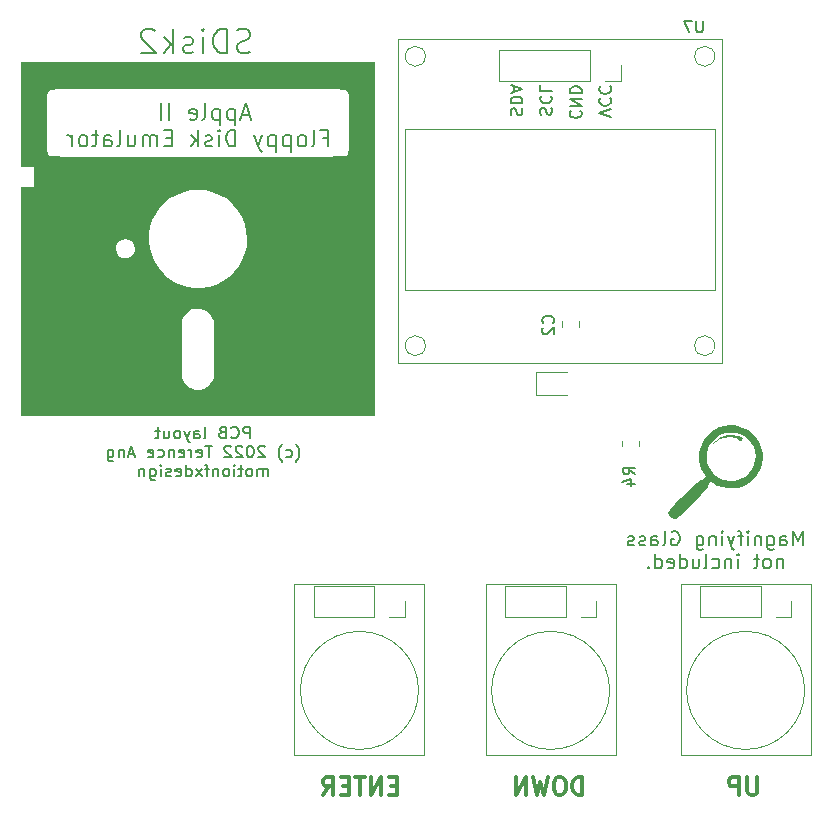
<source format=gbr>
%TF.GenerationSoftware,KiCad,Pcbnew,(6.0.1)*%
%TF.CreationDate,2022-02-14T23:43:43+08:00*%
%TF.ProjectId,SDisk2_Simple,53446973-6b32-45f5-9369-6d706c652e6b,rev?*%
%TF.SameCoordinates,Original*%
%TF.FileFunction,Legend,Bot*%
%TF.FilePolarity,Positive*%
%FSLAX46Y46*%
G04 Gerber Fmt 4.6, Leading zero omitted, Abs format (unit mm)*
G04 Created by KiCad (PCBNEW (6.0.1)) date 2022-02-14 23:43:43*
%MOMM*%
%LPD*%
G01*
G04 APERTURE LIST*
%ADD10C,0.150000*%
%ADD11C,0.300000*%
%ADD12C,0.200000*%
%ADD13C,0.120000*%
G04 APERTURE END LIST*
D10*
X2680373Y-23842107D02*
X2680373Y-22842107D01*
X2299421Y-22842107D01*
X2204182Y-22889727D01*
X2156563Y-22937346D01*
X2108944Y-23032584D01*
X2108944Y-23175441D01*
X2156563Y-23270679D01*
X2204182Y-23318298D01*
X2299421Y-23365917D01*
X2680373Y-23365917D01*
X1108944Y-23746869D02*
X1156563Y-23794488D01*
X1299421Y-23842107D01*
X1394659Y-23842107D01*
X1537516Y-23794488D01*
X1632754Y-23699250D01*
X1680373Y-23604012D01*
X1727992Y-23413536D01*
X1727992Y-23270679D01*
X1680373Y-23080203D01*
X1632754Y-22984965D01*
X1537516Y-22889727D01*
X1394659Y-22842107D01*
X1299421Y-22842107D01*
X1156563Y-22889727D01*
X1108944Y-22937346D01*
X347040Y-23318298D02*
X204182Y-23365917D01*
X156563Y-23413536D01*
X108944Y-23508774D01*
X108944Y-23651631D01*
X156563Y-23746869D01*
X204182Y-23794488D01*
X299421Y-23842107D01*
X680373Y-23842107D01*
X680373Y-22842107D01*
X347040Y-22842107D01*
X251802Y-22889727D01*
X204182Y-22937346D01*
X156563Y-23032584D01*
X156563Y-23127822D01*
X204182Y-23223060D01*
X251802Y-23270679D01*
X347040Y-23318298D01*
X680373Y-23318298D01*
X-1224388Y-23842107D02*
X-1129150Y-23794488D01*
X-1081531Y-23699250D01*
X-1081531Y-22842107D01*
X-2033912Y-23842107D02*
X-2033912Y-23318298D01*
X-1986293Y-23223060D01*
X-1891055Y-23175441D01*
X-1700578Y-23175441D01*
X-1605340Y-23223060D01*
X-2033912Y-23794488D02*
X-1938674Y-23842107D01*
X-1700578Y-23842107D01*
X-1605340Y-23794488D01*
X-1557721Y-23699250D01*
X-1557721Y-23604012D01*
X-1605340Y-23508774D01*
X-1700578Y-23461155D01*
X-1938674Y-23461155D01*
X-2033912Y-23413536D01*
X-2414864Y-23175441D02*
X-2652959Y-23842107D01*
X-2891055Y-23175441D02*
X-2652959Y-23842107D01*
X-2557721Y-24080203D01*
X-2510102Y-24127822D01*
X-2414864Y-24175441D01*
X-3414864Y-23842107D02*
X-3319626Y-23794488D01*
X-3272007Y-23746869D01*
X-3224388Y-23651631D01*
X-3224388Y-23365917D01*
X-3272007Y-23270679D01*
X-3319626Y-23223060D01*
X-3414864Y-23175441D01*
X-3557721Y-23175441D01*
X-3652959Y-23223060D01*
X-3700578Y-23270679D01*
X-3748198Y-23365917D01*
X-3748198Y-23651631D01*
X-3700578Y-23746869D01*
X-3652959Y-23794488D01*
X-3557721Y-23842107D01*
X-3414864Y-23842107D01*
X-4605340Y-23175441D02*
X-4605340Y-23842107D01*
X-4176769Y-23175441D02*
X-4176769Y-23699250D01*
X-4224388Y-23794488D01*
X-4319626Y-23842107D01*
X-4462483Y-23842107D01*
X-4557721Y-23794488D01*
X-4605340Y-23746869D01*
X-4938674Y-23175441D02*
X-5319626Y-23175441D01*
X-5081531Y-22842107D02*
X-5081531Y-23699250D01*
X-5129150Y-23794488D01*
X-5224388Y-23842107D01*
X-5319626Y-23842107D01*
X6561325Y-25833060D02*
X6608944Y-25785441D01*
X6704182Y-25642584D01*
X6751802Y-25547346D01*
X6799421Y-25404488D01*
X6847040Y-25166393D01*
X6847040Y-24975917D01*
X6799421Y-24737822D01*
X6751802Y-24594965D01*
X6704182Y-24499727D01*
X6608944Y-24356869D01*
X6561325Y-24309250D01*
X5751802Y-25404488D02*
X5847040Y-25452107D01*
X6037516Y-25452107D01*
X6132754Y-25404488D01*
X6180373Y-25356869D01*
X6227992Y-25261631D01*
X6227992Y-24975917D01*
X6180373Y-24880679D01*
X6132754Y-24833060D01*
X6037516Y-24785441D01*
X5847040Y-24785441D01*
X5751802Y-24833060D01*
X5418468Y-25833060D02*
X5370849Y-25785441D01*
X5275611Y-25642584D01*
X5227992Y-25547346D01*
X5180373Y-25404488D01*
X5132754Y-25166393D01*
X5132754Y-24975917D01*
X5180373Y-24737822D01*
X5227992Y-24594965D01*
X5275611Y-24499727D01*
X5370849Y-24356869D01*
X5418468Y-24309250D01*
X3942278Y-24547346D02*
X3894659Y-24499727D01*
X3799421Y-24452107D01*
X3561325Y-24452107D01*
X3466087Y-24499727D01*
X3418468Y-24547346D01*
X3370849Y-24642584D01*
X3370849Y-24737822D01*
X3418468Y-24880679D01*
X3989897Y-25452107D01*
X3370849Y-25452107D01*
X2751802Y-24452107D02*
X2656563Y-24452107D01*
X2561325Y-24499727D01*
X2513706Y-24547346D01*
X2466087Y-24642584D01*
X2418468Y-24833060D01*
X2418468Y-25071155D01*
X2466087Y-25261631D01*
X2513706Y-25356869D01*
X2561325Y-25404488D01*
X2656563Y-25452107D01*
X2751802Y-25452107D01*
X2847040Y-25404488D01*
X2894659Y-25356869D01*
X2942278Y-25261631D01*
X2989897Y-25071155D01*
X2989897Y-24833060D01*
X2942278Y-24642584D01*
X2894659Y-24547346D01*
X2847040Y-24499727D01*
X2751802Y-24452107D01*
X2037516Y-24547346D02*
X1989897Y-24499727D01*
X1894659Y-24452107D01*
X1656563Y-24452107D01*
X1561325Y-24499727D01*
X1513706Y-24547346D01*
X1466087Y-24642584D01*
X1466087Y-24737822D01*
X1513706Y-24880679D01*
X2085135Y-25452107D01*
X1466087Y-25452107D01*
X1085135Y-24547346D02*
X1037516Y-24499727D01*
X942278Y-24452107D01*
X704182Y-24452107D01*
X608944Y-24499727D01*
X561325Y-24547346D01*
X513706Y-24642584D01*
X513706Y-24737822D01*
X561325Y-24880679D01*
X1132754Y-25452107D01*
X513706Y-25452107D01*
X-533912Y-24452107D02*
X-1105340Y-24452107D01*
X-819626Y-25452107D02*
X-819626Y-24452107D01*
X-1819626Y-25404488D02*
X-1724388Y-25452107D01*
X-1533912Y-25452107D01*
X-1438674Y-25404488D01*
X-1391055Y-25309250D01*
X-1391055Y-24928298D01*
X-1438674Y-24833060D01*
X-1533912Y-24785441D01*
X-1724388Y-24785441D01*
X-1819626Y-24833060D01*
X-1867245Y-24928298D01*
X-1867245Y-25023536D01*
X-1391055Y-25118774D01*
X-2295817Y-25452107D02*
X-2295817Y-24785441D01*
X-2295817Y-24975917D02*
X-2343436Y-24880679D01*
X-2391055Y-24833060D01*
X-2486293Y-24785441D01*
X-2581531Y-24785441D01*
X-3295817Y-25404488D02*
X-3200578Y-25452107D01*
X-3010102Y-25452107D01*
X-2914864Y-25404488D01*
X-2867245Y-25309250D01*
X-2867245Y-24928298D01*
X-2914864Y-24833060D01*
X-3010102Y-24785441D01*
X-3200578Y-24785441D01*
X-3295817Y-24833060D01*
X-3343436Y-24928298D01*
X-3343436Y-25023536D01*
X-2867245Y-25118774D01*
X-3772007Y-24785441D02*
X-3772007Y-25452107D01*
X-3772007Y-24880679D02*
X-3819626Y-24833060D01*
X-3914864Y-24785441D01*
X-4057721Y-24785441D01*
X-4152959Y-24833060D01*
X-4200578Y-24928298D01*
X-4200578Y-25452107D01*
X-5105340Y-25404488D02*
X-5010102Y-25452107D01*
X-4819626Y-25452107D01*
X-4724388Y-25404488D01*
X-4676769Y-25356869D01*
X-4629150Y-25261631D01*
X-4629150Y-24975917D01*
X-4676769Y-24880679D01*
X-4724388Y-24833060D01*
X-4819626Y-24785441D01*
X-5010102Y-24785441D01*
X-5105340Y-24833060D01*
X-5914864Y-25404488D02*
X-5819626Y-25452107D01*
X-5629150Y-25452107D01*
X-5533912Y-25404488D01*
X-5486293Y-25309250D01*
X-5486293Y-24928298D01*
X-5533912Y-24833060D01*
X-5629150Y-24785441D01*
X-5819626Y-24785441D01*
X-5914864Y-24833060D01*
X-5962483Y-24928298D01*
X-5962483Y-25023536D01*
X-5486293Y-25118774D01*
X-7105340Y-25166393D02*
X-7581531Y-25166393D01*
X-7010102Y-25452107D02*
X-7343436Y-24452107D01*
X-7676769Y-25452107D01*
X-8010102Y-24785441D02*
X-8010102Y-25452107D01*
X-8010102Y-24880679D02*
X-8057721Y-24833060D01*
X-8152959Y-24785441D01*
X-8295817Y-24785441D01*
X-8391055Y-24833060D01*
X-8438674Y-24928298D01*
X-8438674Y-25452107D01*
X-9343436Y-24785441D02*
X-9343436Y-25594965D01*
X-9295817Y-25690203D01*
X-9248197Y-25737822D01*
X-9152959Y-25785441D01*
X-9010102Y-25785441D01*
X-8914864Y-25737822D01*
X-9343436Y-25404488D02*
X-9248197Y-25452107D01*
X-9057721Y-25452107D01*
X-8962483Y-25404488D01*
X-8914864Y-25356869D01*
X-8867245Y-25261631D01*
X-8867245Y-24975917D01*
X-8914864Y-24880679D01*
X-8962483Y-24833060D01*
X-9057721Y-24785441D01*
X-9248197Y-24785441D01*
X-9343436Y-24833060D01*
X4180373Y-27062107D02*
X4180373Y-26395441D01*
X4180373Y-26490679D02*
X4132754Y-26443060D01*
X4037516Y-26395441D01*
X3894659Y-26395441D01*
X3799421Y-26443060D01*
X3751802Y-26538298D01*
X3751802Y-27062107D01*
X3751802Y-26538298D02*
X3704182Y-26443060D01*
X3608944Y-26395441D01*
X3466087Y-26395441D01*
X3370849Y-26443060D01*
X3323230Y-26538298D01*
X3323230Y-27062107D01*
X2704182Y-27062107D02*
X2799421Y-27014488D01*
X2847040Y-26966869D01*
X2894659Y-26871631D01*
X2894659Y-26585917D01*
X2847040Y-26490679D01*
X2799421Y-26443060D01*
X2704182Y-26395441D01*
X2561325Y-26395441D01*
X2466087Y-26443060D01*
X2418468Y-26490679D01*
X2370849Y-26585917D01*
X2370849Y-26871631D01*
X2418468Y-26966869D01*
X2466087Y-27014488D01*
X2561325Y-27062107D01*
X2704182Y-27062107D01*
X2085135Y-26395441D02*
X1704182Y-26395441D01*
X1942278Y-26062107D02*
X1942278Y-26919250D01*
X1894659Y-27014488D01*
X1799421Y-27062107D01*
X1704182Y-27062107D01*
X1370849Y-27062107D02*
X1370849Y-26395441D01*
X1370849Y-26062107D02*
X1418468Y-26109727D01*
X1370849Y-26157346D01*
X1323230Y-26109727D01*
X1370849Y-26062107D01*
X1370849Y-26157346D01*
X751802Y-27062107D02*
X847040Y-27014488D01*
X894659Y-26966869D01*
X942278Y-26871631D01*
X942278Y-26585917D01*
X894659Y-26490679D01*
X847040Y-26443060D01*
X751802Y-26395441D01*
X608944Y-26395441D01*
X513706Y-26443060D01*
X466087Y-26490679D01*
X418468Y-26585917D01*
X418468Y-26871631D01*
X466087Y-26966869D01*
X513706Y-27014488D01*
X608944Y-27062107D01*
X751802Y-27062107D01*
X-10102Y-26395441D02*
X-10102Y-27062107D01*
X-10102Y-26490679D02*
X-57721Y-26443060D01*
X-152959Y-26395441D01*
X-295817Y-26395441D01*
X-391055Y-26443060D01*
X-438674Y-26538298D01*
X-438674Y-27062107D01*
X-772007Y-26395441D02*
X-1152959Y-26395441D01*
X-914864Y-27062107D02*
X-914864Y-26204965D01*
X-962483Y-26109727D01*
X-1057721Y-26062107D01*
X-1152959Y-26062107D01*
X-1391055Y-27062107D02*
X-1914864Y-26395441D01*
X-1391055Y-26395441D02*
X-1914864Y-27062107D01*
X-2724388Y-27062107D02*
X-2724388Y-26062107D01*
X-2724388Y-27014488D02*
X-2629150Y-27062107D01*
X-2438674Y-27062107D01*
X-2343436Y-27014488D01*
X-2295817Y-26966869D01*
X-2248197Y-26871631D01*
X-2248197Y-26585917D01*
X-2295817Y-26490679D01*
X-2343436Y-26443060D01*
X-2438674Y-26395441D01*
X-2629150Y-26395441D01*
X-2724388Y-26443060D01*
X-3581531Y-27014488D02*
X-3486293Y-27062107D01*
X-3295817Y-27062107D01*
X-3200578Y-27014488D01*
X-3152959Y-26919250D01*
X-3152959Y-26538298D01*
X-3200578Y-26443060D01*
X-3295817Y-26395441D01*
X-3486293Y-26395441D01*
X-3581531Y-26443060D01*
X-3629150Y-26538298D01*
X-3629150Y-26633536D01*
X-3152959Y-26728774D01*
X-4010102Y-27014488D02*
X-4105340Y-27062107D01*
X-4295817Y-27062107D01*
X-4391055Y-27014488D01*
X-4438674Y-26919250D01*
X-4438674Y-26871631D01*
X-4391055Y-26776393D01*
X-4295817Y-26728774D01*
X-4152959Y-26728774D01*
X-4057721Y-26681155D01*
X-4010102Y-26585917D01*
X-4010102Y-26538298D01*
X-4057721Y-26443060D01*
X-4152959Y-26395441D01*
X-4295817Y-26395441D01*
X-4391055Y-26443060D01*
X-4867245Y-27062107D02*
X-4867245Y-26395441D01*
X-4867245Y-26062107D02*
X-4819626Y-26109727D01*
X-4867245Y-26157346D01*
X-4914864Y-26109727D01*
X-4867245Y-26062107D01*
X-4867245Y-26157346D01*
X-5772007Y-26395441D02*
X-5772007Y-27204965D01*
X-5724388Y-27300203D01*
X-5676769Y-27347822D01*
X-5581531Y-27395441D01*
X-5438674Y-27395441D01*
X-5343436Y-27347822D01*
X-5772007Y-27014488D02*
X-5676769Y-27062107D01*
X-5486293Y-27062107D01*
X-5391055Y-27014488D01*
X-5343436Y-26966869D01*
X-5295817Y-26871631D01*
X-5295817Y-26585917D01*
X-5343436Y-26490679D01*
X-5391055Y-26443060D01*
X-5486293Y-26395441D01*
X-5676769Y-26395441D01*
X-5772007Y-26443060D01*
X-6248198Y-26395441D02*
X-6248198Y-27062107D01*
X-6248198Y-26490679D02*
X-6295817Y-26443060D01*
X-6391055Y-26395441D01*
X-6533912Y-26395441D01*
X-6629150Y-26443060D01*
X-6676769Y-26538298D01*
X-6676769Y-27062107D01*
D11*
X30841598Y-54018571D02*
X30841598Y-52518571D01*
X30484455Y-52518571D01*
X30270170Y-52590000D01*
X30127312Y-52732857D01*
X30055884Y-52875714D01*
X29984455Y-53161428D01*
X29984455Y-53375714D01*
X30055884Y-53661428D01*
X30127312Y-53804285D01*
X30270170Y-53947142D01*
X30484455Y-54018571D01*
X30841598Y-54018571D01*
X29055884Y-52518571D02*
X28770170Y-52518571D01*
X28627312Y-52590000D01*
X28484455Y-52732857D01*
X28413027Y-53018571D01*
X28413027Y-53518571D01*
X28484455Y-53804285D01*
X28627312Y-53947142D01*
X28770170Y-54018571D01*
X29055884Y-54018571D01*
X29198741Y-53947142D01*
X29341598Y-53804285D01*
X29413027Y-53518571D01*
X29413027Y-53018571D01*
X29341598Y-52732857D01*
X29198741Y-52590000D01*
X29055884Y-52518571D01*
X27913027Y-52518571D02*
X27555884Y-54018571D01*
X27270170Y-52947142D01*
X26984455Y-54018571D01*
X26627312Y-52518571D01*
X26055884Y-54018571D02*
X26055884Y-52518571D01*
X25198741Y-54018571D01*
X25198741Y-52518571D01*
D12*
X2731451Y8896272D02*
X2445737Y8801034D01*
X1969546Y8801034D01*
X1779070Y8896272D01*
X1683832Y8991510D01*
X1588594Y9181986D01*
X1588594Y9372462D01*
X1683832Y9562938D01*
X1779070Y9658176D01*
X1969546Y9753415D01*
X2350499Y9848653D01*
X2540975Y9943891D01*
X2636213Y10039129D01*
X2731451Y10229605D01*
X2731451Y10420081D01*
X2636213Y10610557D01*
X2540975Y10705796D01*
X2350499Y10801034D01*
X1874308Y10801034D01*
X1588594Y10705796D01*
X731451Y8801034D02*
X731451Y10801034D01*
X255261Y10801034D01*
X-30453Y10705796D01*
X-220929Y10515319D01*
X-316167Y10324843D01*
X-411405Y9943891D01*
X-411405Y9658176D01*
X-316167Y9277224D01*
X-220929Y9086748D01*
X-30453Y8896272D01*
X255261Y8801034D01*
X731451Y8801034D01*
X-1268548Y8801034D02*
X-1268548Y10134367D01*
X-1268548Y10801034D02*
X-1173310Y10705796D01*
X-1268548Y10610557D01*
X-1363786Y10705796D01*
X-1268548Y10801034D01*
X-1268548Y10610557D01*
X-2125691Y8896272D02*
X-2316167Y8801034D01*
X-2697119Y8801034D01*
X-2887596Y8896272D01*
X-2982834Y9086748D01*
X-2982834Y9181986D01*
X-2887596Y9372462D01*
X-2697119Y9467700D01*
X-2411405Y9467700D01*
X-2220929Y9562938D01*
X-2125691Y9753415D01*
X-2125691Y9848653D01*
X-2220929Y10039129D01*
X-2411405Y10134367D01*
X-2697119Y10134367D01*
X-2887596Y10039129D01*
X-3839976Y8801034D02*
X-3839976Y10801034D01*
X-4030453Y9562938D02*
X-4601881Y8801034D01*
X-4601881Y10134367D02*
X-3839976Y9372462D01*
X-5363786Y10610557D02*
X-5459024Y10705796D01*
X-5649500Y10801034D01*
X-6125691Y10801034D01*
X-6316167Y10705796D01*
X-6411405Y10610557D01*
X-6506643Y10420081D01*
X-6506643Y10229605D01*
X-6411405Y9943891D01*
X-5268548Y8801034D01*
X-6506643Y8801034D01*
D11*
X15160964Y-53232857D02*
X14660964Y-53232857D01*
X14446679Y-54018571D02*
X15160964Y-54018571D01*
X15160964Y-52518571D01*
X14446679Y-52518571D01*
X13803822Y-54018571D02*
X13803822Y-52518571D01*
X12946679Y-54018571D01*
X12946679Y-52518571D01*
X12446679Y-52518571D02*
X11589536Y-52518571D01*
X12018107Y-54018571D02*
X12018107Y-52518571D01*
X11089536Y-53232857D02*
X10589536Y-53232857D01*
X10375250Y-54018571D02*
X11089536Y-54018571D01*
X11089536Y-52518571D01*
X10375250Y-52518571D01*
X8875250Y-54018571D02*
X9375250Y-53304285D01*
X9732393Y-54018571D02*
X9732393Y-52518571D01*
X9160964Y-52518571D01*
X9018107Y-52590000D01*
X8946679Y-52661428D01*
X8875250Y-52804285D01*
X8875250Y-53018571D01*
X8946679Y-53161428D01*
X9018107Y-53232857D01*
X9160964Y-53304285D01*
X9732393Y-53304285D01*
X45652856Y-52518571D02*
X45652856Y-53732857D01*
X45581427Y-53875714D01*
X45509999Y-53947142D01*
X45367142Y-54018571D01*
X45081427Y-54018571D01*
X44938570Y-53947142D01*
X44867142Y-53875714D01*
X44795713Y-53732857D01*
X44795713Y-52518571D01*
X44081427Y-54018571D02*
X44081427Y-52518571D01*
X43509999Y-52518571D01*
X43367142Y-52590000D01*
X43295713Y-52661428D01*
X43224285Y-52804285D01*
X43224285Y-53018571D01*
X43295713Y-53161428D01*
X43367142Y-53232857D01*
X43509999Y-53304285D01*
X44081427Y-53304285D01*
D12*
X49477695Y-32901948D02*
X49477695Y-31701948D01*
X49077695Y-32559091D01*
X48677695Y-31701948D01*
X48677695Y-32901948D01*
X47591981Y-32901948D02*
X47591981Y-32273376D01*
X47649124Y-32159091D01*
X47763409Y-32101948D01*
X47991981Y-32101948D01*
X48106267Y-32159091D01*
X47591981Y-32844805D02*
X47706267Y-32901948D01*
X47991981Y-32901948D01*
X48106267Y-32844805D01*
X48163409Y-32730519D01*
X48163409Y-32616233D01*
X48106267Y-32501948D01*
X47991981Y-32444805D01*
X47706267Y-32444805D01*
X47591981Y-32387662D01*
X46506267Y-32101948D02*
X46506267Y-33073376D01*
X46563409Y-33187662D01*
X46620552Y-33244805D01*
X46734838Y-33301948D01*
X46906267Y-33301948D01*
X47020552Y-33244805D01*
X46506267Y-32844805D02*
X46620552Y-32901948D01*
X46849124Y-32901948D01*
X46963409Y-32844805D01*
X47020552Y-32787662D01*
X47077695Y-32673376D01*
X47077695Y-32330519D01*
X47020552Y-32216233D01*
X46963409Y-32159091D01*
X46849124Y-32101948D01*
X46620552Y-32101948D01*
X46506267Y-32159091D01*
X45934838Y-32101948D02*
X45934838Y-32901948D01*
X45934838Y-32216233D02*
X45877695Y-32159091D01*
X45763409Y-32101948D01*
X45591981Y-32101948D01*
X45477695Y-32159091D01*
X45420552Y-32273376D01*
X45420552Y-32901948D01*
X44849124Y-32901948D02*
X44849124Y-32101948D01*
X44849124Y-31701948D02*
X44906267Y-31759091D01*
X44849124Y-31816233D01*
X44791981Y-31759091D01*
X44849124Y-31701948D01*
X44849124Y-31816233D01*
X44449124Y-32101948D02*
X43991981Y-32101948D01*
X44277695Y-32901948D02*
X44277695Y-31873376D01*
X44220552Y-31759091D01*
X44106267Y-31701948D01*
X43991981Y-31701948D01*
X43706267Y-32101948D02*
X43420552Y-32901948D01*
X43134838Y-32101948D02*
X43420552Y-32901948D01*
X43534838Y-33187662D01*
X43591981Y-33244805D01*
X43706267Y-33301948D01*
X42677695Y-32901948D02*
X42677695Y-32101948D01*
X42677695Y-31701948D02*
X42734838Y-31759091D01*
X42677695Y-31816233D01*
X42620552Y-31759091D01*
X42677695Y-31701948D01*
X42677695Y-31816233D01*
X42106267Y-32101948D02*
X42106267Y-32901948D01*
X42106267Y-32216233D02*
X42049124Y-32159091D01*
X41934838Y-32101948D01*
X41763409Y-32101948D01*
X41649124Y-32159091D01*
X41591981Y-32273376D01*
X41591981Y-32901948D01*
X40506267Y-32101948D02*
X40506267Y-33073376D01*
X40563409Y-33187662D01*
X40620552Y-33244805D01*
X40734838Y-33301948D01*
X40906267Y-33301948D01*
X41020552Y-33244805D01*
X40506267Y-32844805D02*
X40620552Y-32901948D01*
X40849124Y-32901948D01*
X40963409Y-32844805D01*
X41020552Y-32787662D01*
X41077695Y-32673376D01*
X41077695Y-32330519D01*
X41020552Y-32216233D01*
X40963409Y-32159091D01*
X40849124Y-32101948D01*
X40620552Y-32101948D01*
X40506267Y-32159091D01*
X38391981Y-31759091D02*
X38506267Y-31701948D01*
X38677695Y-31701948D01*
X38849124Y-31759091D01*
X38963409Y-31873376D01*
X39020552Y-31987662D01*
X39077695Y-32216233D01*
X39077695Y-32387662D01*
X39020552Y-32616233D01*
X38963409Y-32730519D01*
X38849124Y-32844805D01*
X38677695Y-32901948D01*
X38563409Y-32901948D01*
X38391981Y-32844805D01*
X38334838Y-32787662D01*
X38334838Y-32387662D01*
X38563409Y-32387662D01*
X37649124Y-32901948D02*
X37763409Y-32844805D01*
X37820552Y-32730519D01*
X37820552Y-31701948D01*
X36677695Y-32901948D02*
X36677695Y-32273376D01*
X36734838Y-32159091D01*
X36849124Y-32101948D01*
X37077695Y-32101948D01*
X37191981Y-32159091D01*
X36677695Y-32844805D02*
X36791981Y-32901948D01*
X37077695Y-32901948D01*
X37191981Y-32844805D01*
X37249124Y-32730519D01*
X37249124Y-32616233D01*
X37191981Y-32501948D01*
X37077695Y-32444805D01*
X36791981Y-32444805D01*
X36677695Y-32387662D01*
X36163409Y-32844805D02*
X36049124Y-32901948D01*
X35820552Y-32901948D01*
X35706267Y-32844805D01*
X35649124Y-32730519D01*
X35649124Y-32673376D01*
X35706267Y-32559091D01*
X35820552Y-32501948D01*
X35991981Y-32501948D01*
X36106267Y-32444805D01*
X36163409Y-32330519D01*
X36163409Y-32273376D01*
X36106267Y-32159091D01*
X35991981Y-32101948D01*
X35820552Y-32101948D01*
X35706267Y-32159091D01*
X35191981Y-32844805D02*
X35077695Y-32901948D01*
X34849124Y-32901948D01*
X34734838Y-32844805D01*
X34677695Y-32730519D01*
X34677695Y-32673376D01*
X34734838Y-32559091D01*
X34849124Y-32501948D01*
X35020552Y-32501948D01*
X35134838Y-32444805D01*
X35191981Y-32330519D01*
X35191981Y-32273376D01*
X35134838Y-32159091D01*
X35020552Y-32101948D01*
X34849124Y-32101948D01*
X34734838Y-32159091D01*
X47791981Y-34033948D02*
X47791981Y-34833948D01*
X47791981Y-34148233D02*
X47734838Y-34091091D01*
X47620552Y-34033948D01*
X47449124Y-34033948D01*
X47334838Y-34091091D01*
X47277695Y-34205376D01*
X47277695Y-34833948D01*
X46534838Y-34833948D02*
X46649124Y-34776805D01*
X46706267Y-34719662D01*
X46763409Y-34605376D01*
X46763409Y-34262519D01*
X46706267Y-34148233D01*
X46649124Y-34091091D01*
X46534838Y-34033948D01*
X46363409Y-34033948D01*
X46249124Y-34091091D01*
X46191981Y-34148233D01*
X46134838Y-34262519D01*
X46134838Y-34605376D01*
X46191981Y-34719662D01*
X46249124Y-34776805D01*
X46363409Y-34833948D01*
X46534838Y-34833948D01*
X45791981Y-34033948D02*
X45334838Y-34033948D01*
X45620552Y-33633948D02*
X45620552Y-34662519D01*
X45563409Y-34776805D01*
X45449124Y-34833948D01*
X45334838Y-34833948D01*
X44020552Y-34833948D02*
X44020552Y-34033948D01*
X44020552Y-33633948D02*
X44077695Y-33691091D01*
X44020552Y-33748233D01*
X43963409Y-33691091D01*
X44020552Y-33633948D01*
X44020552Y-33748233D01*
X43449124Y-34033948D02*
X43449124Y-34833948D01*
X43449124Y-34148233D02*
X43391981Y-34091091D01*
X43277695Y-34033948D01*
X43106267Y-34033948D01*
X42991981Y-34091091D01*
X42934838Y-34205376D01*
X42934838Y-34833948D01*
X41849124Y-34776805D02*
X41963409Y-34833948D01*
X42191981Y-34833948D01*
X42306267Y-34776805D01*
X42363409Y-34719662D01*
X42420552Y-34605376D01*
X42420552Y-34262519D01*
X42363409Y-34148233D01*
X42306267Y-34091091D01*
X42191981Y-34033948D01*
X41963409Y-34033948D01*
X41849124Y-34091091D01*
X41163409Y-34833948D02*
X41277695Y-34776805D01*
X41334838Y-34662519D01*
X41334838Y-33633948D01*
X40191981Y-34033948D02*
X40191981Y-34833948D01*
X40706267Y-34033948D02*
X40706267Y-34662519D01*
X40649124Y-34776805D01*
X40534838Y-34833948D01*
X40363409Y-34833948D01*
X40249124Y-34776805D01*
X40191981Y-34719662D01*
X39106267Y-34833948D02*
X39106267Y-33633948D01*
X39106267Y-34776805D02*
X39220552Y-34833948D01*
X39449124Y-34833948D01*
X39563409Y-34776805D01*
X39620552Y-34719662D01*
X39677695Y-34605376D01*
X39677695Y-34262519D01*
X39620552Y-34148233D01*
X39563409Y-34091091D01*
X39449124Y-34033948D01*
X39220552Y-34033948D01*
X39106267Y-34091091D01*
X38077695Y-34776805D02*
X38191981Y-34833948D01*
X38420552Y-34833948D01*
X38534838Y-34776805D01*
X38591981Y-34662519D01*
X38591981Y-34205376D01*
X38534838Y-34091091D01*
X38420552Y-34033948D01*
X38191981Y-34033948D01*
X38077695Y-34091091D01*
X38020552Y-34205376D01*
X38020552Y-34319662D01*
X38591981Y-34433948D01*
X36991981Y-34833948D02*
X36991981Y-33633948D01*
X36991981Y-34776805D02*
X37106267Y-34833948D01*
X37334838Y-34833948D01*
X37449124Y-34776805D01*
X37506267Y-34719662D01*
X37563409Y-34605376D01*
X37563409Y-34262519D01*
X37506267Y-34148233D01*
X37449124Y-34091091D01*
X37334838Y-34033948D01*
X37106267Y-34033948D01*
X36991981Y-34091091D01*
X36420552Y-34719662D02*
X36363409Y-34776805D01*
X36420552Y-34833948D01*
X36477695Y-34776805D01*
X36420552Y-34719662D01*
X36420552Y-34833948D01*
X2657437Y3532628D02*
X1990770Y3532628D01*
X2790770Y3132628D02*
X2324103Y4532628D01*
X1857437Y3132628D01*
X1390770Y4065962D02*
X1390770Y2665962D01*
X1390770Y3999295D02*
X1257437Y4065962D01*
X990770Y4065962D01*
X857437Y3999295D01*
X790770Y3932628D01*
X724103Y3799295D01*
X724103Y3399295D01*
X790770Y3265962D01*
X857437Y3199295D01*
X990770Y3132628D01*
X1257437Y3132628D01*
X1390770Y3199295D01*
X124103Y4065962D02*
X124103Y2665962D01*
X124103Y3999295D02*
X-9229Y4065962D01*
X-275896Y4065962D01*
X-409229Y3999295D01*
X-475896Y3932628D01*
X-542562Y3799295D01*
X-542562Y3399295D01*
X-475896Y3265962D01*
X-409229Y3199295D01*
X-275896Y3132628D01*
X-9229Y3132628D01*
X124103Y3199295D01*
X-1342562Y3132628D02*
X-1209229Y3199295D01*
X-1142562Y3332628D01*
X-1142562Y4532628D01*
X-2409229Y3199295D02*
X-2275896Y3132628D01*
X-2009229Y3132628D01*
X-1875896Y3199295D01*
X-1809229Y3332628D01*
X-1809229Y3865962D01*
X-1875896Y3999295D01*
X-2009229Y4065962D01*
X-2275896Y4065962D01*
X-2409229Y3999295D01*
X-2475896Y3865962D01*
X-2475896Y3732628D01*
X-1809229Y3599295D01*
X-4142562Y3132628D02*
X-4142562Y4532628D01*
X-4809229Y3132628D02*
X-4809229Y4532628D01*
X8857437Y1611962D02*
X9324103Y1611962D01*
X9324103Y878628D02*
X9324103Y2278628D01*
X8657437Y2278628D01*
X7924103Y878628D02*
X8057437Y945295D01*
X8124103Y1078628D01*
X8124103Y2278628D01*
X7190770Y878628D02*
X7324103Y945295D01*
X7390770Y1011962D01*
X7457437Y1145295D01*
X7457437Y1545295D01*
X7390770Y1678628D01*
X7324103Y1745295D01*
X7190770Y1811962D01*
X6990770Y1811962D01*
X6857437Y1745295D01*
X6790770Y1678628D01*
X6724103Y1545295D01*
X6724103Y1145295D01*
X6790770Y1011962D01*
X6857437Y945295D01*
X6990770Y878628D01*
X7190770Y878628D01*
X6124103Y1811962D02*
X6124103Y411962D01*
X6124103Y1745295D02*
X5990770Y1811962D01*
X5724103Y1811962D01*
X5590770Y1745295D01*
X5524103Y1678628D01*
X5457437Y1545295D01*
X5457437Y1145295D01*
X5524103Y1011962D01*
X5590770Y945295D01*
X5724103Y878628D01*
X5990770Y878628D01*
X6124103Y945295D01*
X4857437Y1811962D02*
X4857437Y411962D01*
X4857437Y1745295D02*
X4724103Y1811962D01*
X4457437Y1811962D01*
X4324103Y1745295D01*
X4257437Y1678628D01*
X4190770Y1545295D01*
X4190770Y1145295D01*
X4257437Y1011962D01*
X4324103Y945295D01*
X4457437Y878628D01*
X4724103Y878628D01*
X4857437Y945295D01*
X3724103Y1811962D02*
X3390770Y878628D01*
X3057436Y1811962D02*
X3390770Y878628D01*
X3524103Y545295D01*
X3590770Y478628D01*
X3724103Y411962D01*
X1457436Y878628D02*
X1457436Y2278628D01*
X1124103Y2278628D01*
X924103Y2211962D01*
X790770Y2078628D01*
X724103Y1945295D01*
X657436Y1678628D01*
X657436Y1478628D01*
X724103Y1211962D01*
X790770Y1078628D01*
X924103Y945295D01*
X1124103Y878628D01*
X1457436Y878628D01*
X57436Y878628D02*
X57436Y1811962D01*
X57436Y2278628D02*
X124103Y2211962D01*
X57436Y2145295D01*
X-9229Y2211962D01*
X57436Y2278628D01*
X57436Y2145295D01*
X-542563Y945295D02*
X-675896Y878628D01*
X-942563Y878628D01*
X-1075896Y945295D01*
X-1142563Y1078628D01*
X-1142563Y1145295D01*
X-1075896Y1278628D01*
X-942563Y1345295D01*
X-742563Y1345295D01*
X-609229Y1411962D01*
X-542563Y1545295D01*
X-542563Y1611962D01*
X-609229Y1745295D01*
X-742563Y1811962D01*
X-942563Y1811962D01*
X-1075896Y1745295D01*
X-1742563Y878628D02*
X-1742563Y2278628D01*
X-1875896Y1411962D02*
X-2275896Y878628D01*
X-2275896Y1811962D02*
X-1742563Y1278628D01*
X-3942563Y1611962D02*
X-4409229Y1611962D01*
X-4609229Y878628D02*
X-3942563Y878628D01*
X-3942563Y2278628D01*
X-4609229Y2278628D01*
X-5209229Y878628D02*
X-5209229Y1811962D01*
X-5209229Y1678628D02*
X-5275896Y1745295D01*
X-5409229Y1811962D01*
X-5609229Y1811962D01*
X-5742563Y1745295D01*
X-5809229Y1611962D01*
X-5809229Y878628D01*
X-5809229Y1611962D02*
X-5875896Y1745295D01*
X-6009229Y1811962D01*
X-6209229Y1811962D01*
X-6342563Y1745295D01*
X-6409229Y1611962D01*
X-6409229Y878628D01*
X-7675896Y1811962D02*
X-7675896Y878628D01*
X-7075896Y1811962D02*
X-7075896Y1078628D01*
X-7142563Y945295D01*
X-7275896Y878628D01*
X-7475896Y878628D01*
X-7609229Y945295D01*
X-7675896Y1011962D01*
X-8542563Y878628D02*
X-8409229Y945295D01*
X-8342562Y1078628D01*
X-8342562Y2278628D01*
X-9675896Y878628D02*
X-9675896Y1611962D01*
X-9609229Y1745295D01*
X-9475896Y1811962D01*
X-9209229Y1811962D01*
X-9075896Y1745295D01*
X-9675896Y945295D02*
X-9542563Y878628D01*
X-9209229Y878628D01*
X-9075896Y945295D01*
X-9009229Y1078628D01*
X-9009229Y1211962D01*
X-9075896Y1345295D01*
X-9209229Y1411962D01*
X-9542563Y1411962D01*
X-9675896Y1478628D01*
X-10142563Y1811962D02*
X-10675896Y1811962D01*
X-10342563Y2278628D02*
X-10342563Y1078628D01*
X-10409229Y945295D01*
X-10542563Y878628D01*
X-10675896Y878628D01*
X-11342562Y878628D02*
X-11209229Y945295D01*
X-11142562Y1011962D01*
X-11075896Y1145295D01*
X-11075896Y1545295D01*
X-11142562Y1678628D01*
X-11209229Y1745295D01*
X-11342562Y1811962D01*
X-11542562Y1811962D01*
X-11675896Y1745295D01*
X-11742562Y1678628D01*
X-11809229Y1545295D01*
X-11809229Y1145295D01*
X-11742562Y1011962D01*
X-11675896Y945295D01*
X-11542562Y878628D01*
X-11342562Y878628D01*
X-12409229Y878628D02*
X-12409229Y1811962D01*
X-12409229Y1545295D02*
X-12475896Y1678628D01*
X-12542562Y1745295D01*
X-12675896Y1811962D01*
X-12809229Y1811962D01*
D10*
%TO.C,C2*%
X28345926Y-14076221D02*
X28393545Y-14028602D01*
X28441164Y-13885745D01*
X28441164Y-13790507D01*
X28393545Y-13647649D01*
X28298307Y-13552411D01*
X28203069Y-13504792D01*
X28012593Y-13457173D01*
X27869736Y-13457173D01*
X27679260Y-13504792D01*
X27584022Y-13552411D01*
X27488784Y-13647649D01*
X27441164Y-13790507D01*
X27441164Y-13885745D01*
X27488784Y-14028602D01*
X27536403Y-14076221D01*
X27536403Y-14457173D02*
X27488784Y-14504792D01*
X27441164Y-14600030D01*
X27441164Y-14838126D01*
X27488784Y-14933364D01*
X27536403Y-14980983D01*
X27631641Y-15028602D01*
X27726879Y-15028602D01*
X27869736Y-14980983D01*
X28441164Y-14409554D01*
X28441164Y-15028602D01*
%TO.C,R4*%
X35272249Y-26884191D02*
X34796059Y-26550858D01*
X35272249Y-26312762D02*
X34272249Y-26312762D01*
X34272249Y-26693715D01*
X34319869Y-26788953D01*
X34367488Y-26836572D01*
X34462726Y-26884191D01*
X34605583Y-26884191D01*
X34700821Y-26836572D01*
X34748440Y-26788953D01*
X34796059Y-26693715D01*
X34796059Y-26312762D01*
X34605583Y-27741334D02*
X35272249Y-27741334D01*
X34224630Y-27503238D02*
X34938916Y-27265143D01*
X34938916Y-27884191D01*
%TO.C,U7*%
X41030221Y11530267D02*
X41030221Y10720743D01*
X40982602Y10625505D01*
X40934983Y10577886D01*
X40839745Y10530267D01*
X40649269Y10530267D01*
X40554031Y10577886D01*
X40506412Y10625505D01*
X40458793Y10720743D01*
X40458793Y11530267D01*
X40077840Y11530267D02*
X39411174Y11530267D01*
X39839745Y10530267D01*
X24807429Y3532357D02*
X24759810Y3675214D01*
X24759810Y3913309D01*
X24807429Y4008547D01*
X24855048Y4056166D01*
X24950286Y4103785D01*
X25045524Y4103785D01*
X25140762Y4056166D01*
X25188381Y4008547D01*
X25236000Y3913309D01*
X25283619Y3722833D01*
X25331238Y3627595D01*
X25378857Y3579976D01*
X25474095Y3532357D01*
X25569333Y3532357D01*
X25664571Y3579976D01*
X25712191Y3627595D01*
X25759810Y3722833D01*
X25759810Y3960928D01*
X25712191Y4103785D01*
X24759810Y4532357D02*
X25759810Y4532357D01*
X25759810Y4770452D01*
X25712191Y4913309D01*
X25616952Y5008547D01*
X25521714Y5056166D01*
X25331238Y5103785D01*
X25188381Y5103785D01*
X24997905Y5056166D01*
X24902667Y5008547D01*
X24807429Y4913309D01*
X24759810Y4770452D01*
X24759810Y4532357D01*
X25045524Y5484738D02*
X25045524Y5960928D01*
X24759810Y5389500D02*
X25759810Y5722833D01*
X24759810Y6056166D01*
X27307980Y3579975D02*
X27260361Y3722832D01*
X27260361Y3960928D01*
X27307980Y4056166D01*
X27355599Y4103785D01*
X27450837Y4151404D01*
X27546075Y4151404D01*
X27641313Y4103785D01*
X27688932Y4056166D01*
X27736551Y3960928D01*
X27784170Y3770452D01*
X27831789Y3675213D01*
X27879408Y3627594D01*
X27974646Y3579975D01*
X28069884Y3579975D01*
X28165122Y3627594D01*
X28212742Y3675213D01*
X28260361Y3770452D01*
X28260361Y4008547D01*
X28212742Y4151404D01*
X27355599Y5151404D02*
X27307980Y5103785D01*
X27260361Y4960928D01*
X27260361Y4865690D01*
X27307980Y4722832D01*
X27403218Y4627594D01*
X27498456Y4579975D01*
X27688932Y4532356D01*
X27831789Y4532356D01*
X28022265Y4579975D01*
X28117503Y4627594D01*
X28212742Y4722832D01*
X28260361Y4865690D01*
X28260361Y4960928D01*
X28212742Y5103785D01*
X28165122Y5151404D01*
X27260361Y6056166D02*
X27260361Y5579975D01*
X28260361Y5579975D01*
X33261463Y3389499D02*
X32261463Y3722833D01*
X33261463Y4056166D01*
X32356701Y4960928D02*
X32309082Y4913309D01*
X32261463Y4770452D01*
X32261463Y4675213D01*
X32309082Y4532356D01*
X32404320Y4437118D01*
X32499558Y4389499D01*
X32690034Y4341880D01*
X32832891Y4341880D01*
X33023367Y4389499D01*
X33118605Y4437118D01*
X33213844Y4532356D01*
X33261463Y4675213D01*
X33261463Y4770452D01*
X33213844Y4913309D01*
X33166224Y4960928D01*
X32356701Y5960928D02*
X32309082Y5913309D01*
X32261463Y5770452D01*
X32261463Y5675213D01*
X32309082Y5532356D01*
X32404320Y5437118D01*
X32499558Y5389499D01*
X32690034Y5341880D01*
X32832891Y5341880D01*
X33023367Y5389499D01*
X33118605Y5437118D01*
X33213844Y5532356D01*
X33261463Y5675213D01*
X33261463Y5770452D01*
X33213844Y5913309D01*
X33166224Y5960928D01*
X29856150Y3913309D02*
X29808531Y3865690D01*
X29760912Y3722833D01*
X29760912Y3627595D01*
X29808531Y3484737D01*
X29903769Y3389499D01*
X29999007Y3341880D01*
X30189483Y3294261D01*
X30332340Y3294261D01*
X30522816Y3341880D01*
X30618054Y3389499D01*
X30713293Y3484737D01*
X30760912Y3627595D01*
X30760912Y3722833D01*
X30713293Y3865690D01*
X30665673Y3913309D01*
X29760912Y4341880D02*
X30760912Y4341880D01*
X29760912Y4913309D01*
X30760912Y4913309D01*
X29760912Y5389499D02*
X30760912Y5389499D01*
X30760912Y5627595D01*
X30713293Y5770452D01*
X30618054Y5865690D01*
X30522816Y5913309D01*
X30332340Y5960928D01*
X30189483Y5960928D01*
X29999007Y5913309D01*
X29903769Y5865690D01*
X29808531Y5770452D01*
X29760912Y5627595D01*
X29760912Y5389499D01*
%TO.C,G\u002A\u002A\u002A*%
G36*
X44001382Y-23606707D02*
G01*
X44053507Y-23623138D01*
X44238353Y-23684981D01*
X44349224Y-23734979D01*
X44399658Y-23784985D01*
X44403192Y-23846853D01*
X44373362Y-23932438D01*
X44368087Y-23944932D01*
X44320296Y-24039432D01*
X44285908Y-24078163D01*
X44273257Y-24074240D01*
X44199740Y-24033321D01*
X44091346Y-23962275D01*
X43990816Y-23905337D01*
X43812777Y-23829631D01*
X43624007Y-23769684D01*
X43591461Y-23761739D01*
X43230759Y-23724116D01*
X42864921Y-23778445D01*
X42491886Y-23925265D01*
X42109593Y-24165113D01*
X41978343Y-24261541D01*
X41880544Y-24329958D01*
X41841807Y-24348625D01*
X41853226Y-24321337D01*
X41905894Y-24251889D01*
X42106457Y-24035968D01*
X42432606Y-23795649D01*
X42800852Y-23627736D01*
X43195516Y-23537057D01*
X43600919Y-23528438D01*
X44001382Y-23606707D01*
G37*
G36*
X46042156Y-26007768D02*
G01*
X46024674Y-26077533D01*
X45856697Y-26533332D01*
X45610358Y-26948879D01*
X45295548Y-27314282D01*
X44922158Y-27619651D01*
X44500077Y-27855096D01*
X44039197Y-28010726D01*
X43687672Y-28068516D01*
X43202541Y-28072431D01*
X42724241Y-27993576D01*
X42270447Y-27835272D01*
X41858832Y-27600843D01*
X41725883Y-27507038D01*
X41587868Y-27639265D01*
X41562340Y-27665237D01*
X41482162Y-27772033D01*
X41449852Y-27859264D01*
X41431731Y-27953063D01*
X41382292Y-28074288D01*
X41339986Y-28128656D01*
X41237813Y-28241965D01*
X41086213Y-28402722D01*
X40894637Y-28601472D01*
X40672535Y-28828760D01*
X40429359Y-29075130D01*
X40174558Y-29331129D01*
X39917583Y-29587300D01*
X39667885Y-29834189D01*
X39434914Y-30062341D01*
X39228120Y-30262300D01*
X39056955Y-30424612D01*
X38930869Y-30539822D01*
X38859311Y-30598474D01*
X38753734Y-30648708D01*
X38573059Y-30664289D01*
X38397794Y-30609121D01*
X38247895Y-30495312D01*
X38143320Y-30334971D01*
X38104027Y-30140208D01*
X38112752Y-30082453D01*
X38146336Y-30003720D01*
X38210357Y-29903882D01*
X38310288Y-29776747D01*
X38451604Y-29616117D01*
X38639777Y-29415800D01*
X38880281Y-29169599D01*
X39178589Y-28871320D01*
X39540175Y-28514768D01*
X39733124Y-28326285D01*
X40057756Y-28014744D01*
X40325414Y-27766820D01*
X40540661Y-27578796D01*
X40708061Y-27446956D01*
X40832179Y-27367583D01*
X40917579Y-27336960D01*
X40968823Y-27351371D01*
X40984329Y-27352563D01*
X41052895Y-27312808D01*
X41149552Y-27229669D01*
X41303129Y-27080816D01*
X41189870Y-26932325D01*
X41059904Y-26728497D01*
X40916707Y-26417781D01*
X40801750Y-26071129D01*
X40725269Y-25720447D01*
X40699066Y-25415850D01*
X41380264Y-25415850D01*
X41382276Y-25640796D01*
X41392805Y-25803157D01*
X41417305Y-25932554D01*
X41461229Y-26058607D01*
X41530032Y-26210940D01*
X41570485Y-26290083D01*
X41727307Y-26536326D01*
X41921242Y-26779311D01*
X42128325Y-26990927D01*
X42324592Y-27143060D01*
X42393627Y-27181344D01*
X42557151Y-27257175D01*
X42731845Y-27324949D01*
X42943487Y-27382782D01*
X43211406Y-27428280D01*
X43473258Y-27448910D01*
X43688257Y-27439774D01*
X43779736Y-27424593D01*
X44202830Y-27298166D01*
X44587558Y-27086879D01*
X44926427Y-26794637D01*
X45184212Y-26462835D01*
X45367852Y-26093027D01*
X45471128Y-25705774D01*
X45496631Y-25312376D01*
X45446950Y-24924134D01*
X45324674Y-24552351D01*
X45132393Y-24208326D01*
X44872695Y-23903362D01*
X44548171Y-23648760D01*
X44161410Y-23455821D01*
X43928461Y-23390572D01*
X43606288Y-23348696D01*
X43267130Y-23345479D01*
X42945294Y-23380939D01*
X42675084Y-23455093D01*
X42659999Y-23461225D01*
X42288795Y-23662614D01*
X41958241Y-23937962D01*
X41685065Y-24270549D01*
X41485994Y-24643655D01*
X41483603Y-24649608D01*
X41432780Y-24797819D01*
X41401351Y-24952434D01*
X41385221Y-25142645D01*
X41380300Y-25397644D01*
X41380264Y-25415850D01*
X40699066Y-25415850D01*
X40697500Y-25397644D01*
X40705633Y-25259508D01*
X40730684Y-25058777D01*
X40766757Y-24855714D01*
X40852550Y-24541681D01*
X41045497Y-24105959D01*
X41306014Y-23721314D01*
X41624465Y-23392266D01*
X41991215Y-23123337D01*
X42396629Y-22919050D01*
X42831071Y-22783927D01*
X43284908Y-22722490D01*
X43748503Y-22739260D01*
X44212222Y-22838759D01*
X44666429Y-23025510D01*
X44829932Y-23118070D01*
X45216310Y-23407442D01*
X45540394Y-23756983D01*
X45796921Y-24155279D01*
X45980626Y-24590919D01*
X46086243Y-25052489D01*
X46098397Y-25312376D01*
X46108508Y-25528576D01*
X46042156Y-26007768D01*
G37*
D13*
%TO.C,C2*%
X29098822Y-14384088D02*
X29098822Y-13861584D01*
X30568822Y-14384088D02*
X30568822Y-13861584D01*
%TO.C,U4*%
X47193822Y-38958820D02*
X48523822Y-38958820D01*
X45923822Y-38958820D02*
X40783822Y-38958820D01*
X45923822Y-38958820D02*
X45923822Y-36298820D01*
X40783822Y-38958820D02*
X40783822Y-36298820D01*
X48523822Y-38958820D02*
X48523822Y-37628820D01*
X45923822Y-36298820D02*
X40783822Y-36298820D01*
X50153822Y-36177836D02*
X39153822Y-36177836D01*
X39153822Y-36177836D02*
X39153822Y-50677836D01*
X39153822Y-50677836D02*
X50153822Y-50677836D01*
X50153822Y-50677836D02*
X50153822Y-36177836D01*
X49653822Y-45177836D02*
G75*
G03*
X49653822Y-45177836I-5000000J0D01*
G01*
%TO.C,U5*%
X29413822Y-38958820D02*
X29413822Y-36298820D01*
X29413822Y-38958820D02*
X24273822Y-38958820D01*
X30683822Y-38958820D02*
X32013822Y-38958820D01*
X32013822Y-38958820D02*
X32013822Y-37628820D01*
X29413822Y-36298820D02*
X24273822Y-36298820D01*
X24273822Y-38958820D02*
X24273822Y-36298820D01*
X33643822Y-36177836D02*
X22643822Y-36177836D01*
X22643822Y-36177836D02*
X22643822Y-50677836D01*
X22643822Y-50677836D02*
X33643822Y-50677836D01*
X33643822Y-50677836D02*
X33643822Y-36177836D01*
X33143822Y-45177836D02*
G75*
G03*
X33143822Y-45177836I-5000000J0D01*
G01*
%TO.C,U6*%
X13228822Y-38958820D02*
X8088822Y-38958820D01*
X14498822Y-38958820D02*
X15828822Y-38958820D01*
X15828822Y-38958820D02*
X15828822Y-37628820D01*
X13228822Y-36298820D02*
X8088822Y-36298820D01*
X13228822Y-38958820D02*
X13228822Y-36298820D01*
X8088822Y-38958820D02*
X8088822Y-36298820D01*
X17458822Y-36177836D02*
X6458822Y-36177836D01*
X6458822Y-36177836D02*
X6458822Y-50677836D01*
X6458822Y-50677836D02*
X17458822Y-50677836D01*
X17458822Y-50677836D02*
X17458822Y-36177836D01*
X16958822Y-45177836D02*
G75*
G03*
X16958822Y-45177836I-5000000J0D01*
G01*
%TO.C,G\u002A\u002A\u002A*%
G36*
X-16739343Y-21974758D02*
G01*
X-16739343Y-13880099D01*
X-3090795Y-13880099D01*
X-3089638Y-16280644D01*
X-3089337Y-16675889D01*
X-3088358Y-17180239D01*
X-3086416Y-17595611D01*
X-3083145Y-17931811D01*
X-3078181Y-18198643D01*
X-3071159Y-18405911D01*
X-3061713Y-18563422D01*
X-3049479Y-18680979D01*
X-3034090Y-18768388D01*
X-3015183Y-18835452D01*
X-2992392Y-18891978D01*
X-2897436Y-19070641D01*
X-2658281Y-19364391D01*
X-2353396Y-19576857D01*
X-2287366Y-19608347D01*
X-1929170Y-19716226D01*
X-1571237Y-19727576D01*
X-1229471Y-19647930D01*
X-919774Y-19482818D01*
X-658051Y-19237773D01*
X-460204Y-18918326D01*
X-455577Y-18908027D01*
X-431003Y-18848132D01*
X-410683Y-18782275D01*
X-394206Y-18700513D01*
X-381165Y-18592902D01*
X-371150Y-18449500D01*
X-363752Y-18260363D01*
X-358562Y-18015548D01*
X-355172Y-17705112D01*
X-353171Y-17319111D01*
X-352151Y-16847603D01*
X-351704Y-16280644D01*
X-350546Y-13880099D01*
X-486386Y-13607503D01*
X-666691Y-13330927D01*
X-921533Y-13095859D01*
X-1217620Y-12937831D01*
X-1538785Y-12856843D01*
X-1868863Y-12852895D01*
X-2191685Y-12925987D01*
X-2491086Y-13076119D01*
X-2750898Y-13303291D01*
X-2954955Y-13607503D01*
X-3090795Y-13880099D01*
X-16739343Y-13880099D01*
X-16739343Y-7830530D01*
X-8656075Y-7830530D01*
X-8597574Y-8084854D01*
X-8471734Y-8311583D01*
X-8284674Y-8482314D01*
X-8157745Y-8541060D01*
X-7909307Y-8587601D01*
X-7652638Y-8570736D01*
X-7433631Y-8490048D01*
X-7350694Y-8434517D01*
X-7143450Y-8227239D01*
X-7030883Y-7985641D01*
X-7016565Y-7721051D01*
X-7104068Y-7444800D01*
X-7204920Y-7270995D01*
X-7310094Y-7159509D01*
X-5880288Y-7159509D01*
X-5811706Y-7721051D01*
X-5806505Y-7763638D01*
X-5642905Y-8354129D01*
X-5389380Y-8920782D01*
X-5045826Y-9453395D01*
X-4612135Y-9941766D01*
X-4284448Y-10230480D01*
X-3754057Y-10590415D01*
X-3178823Y-10857277D01*
X-2549555Y-11035942D01*
X-2064156Y-11106049D01*
X-1426818Y-11109239D01*
X-802171Y-11015064D01*
X-200916Y-10827987D01*
X366246Y-10552473D01*
X888611Y-10192986D01*
X1355478Y-9753990D01*
X1756145Y-9239948D01*
X2030736Y-8758950D01*
X2264556Y-8165144D01*
X2402206Y-7552215D01*
X2444692Y-6930756D01*
X2393019Y-6311361D01*
X2248193Y-5704622D01*
X2011221Y-5121134D01*
X1683108Y-4571489D01*
X1264860Y-4066280D01*
X1130297Y-3932957D01*
X628862Y-3525921D01*
X84616Y-3208239D01*
X-491932Y-2980185D01*
X-1090270Y-2842028D01*
X-1699890Y-2794040D01*
X-2310281Y-2836493D01*
X-2910932Y-2969657D01*
X-3491334Y-3193806D01*
X-4040977Y-3509209D01*
X-4549351Y-3916139D01*
X-4905657Y-4291385D01*
X-5279368Y-4810668D01*
X-5563793Y-5367324D01*
X-5758825Y-5951150D01*
X-5864359Y-6551946D01*
X-5880288Y-7159509D01*
X-7310094Y-7159509D01*
X-7365781Y-7100480D01*
X-7567270Y-7009395D01*
X-7833534Y-6982434D01*
X-7890810Y-6983378D01*
X-8146034Y-7023306D01*
X-8348768Y-7134199D01*
X-8532374Y-7332784D01*
X-8546579Y-7352702D01*
X-8641116Y-7577012D01*
X-8656075Y-7830530D01*
X-16739343Y-7830530D01*
X-16739343Y-2529530D01*
X-15632704Y-2529530D01*
X-15632704Y-895920D01*
X-16739343Y-895920D01*
X-16739343Y2883404D01*
X-14525983Y2883404D01*
X-14525808Y2393822D01*
X-14524573Y1880724D01*
X-14521373Y1456160D01*
X-14515313Y1110839D01*
X-14505497Y835467D01*
X-14491031Y620752D01*
X-14471018Y457401D01*
X-14444564Y336122D01*
X-14410772Y247621D01*
X-14368748Y182606D01*
X-14317596Y131785D01*
X-14256421Y85864D01*
X-14252087Y83132D01*
X-14229468Y73953D01*
X-14192413Y65469D01*
X-14136967Y57654D01*
X-14059177Y50480D01*
X-13955088Y43920D01*
X-13820743Y37948D01*
X-13652190Y32535D01*
X-13445474Y27656D01*
X-13196638Y23282D01*
X-12901730Y19386D01*
X-12556793Y15943D01*
X-12157874Y12923D01*
X-11701017Y10302D01*
X-11182268Y8050D01*
X-10597672Y6141D01*
X-9943275Y4549D01*
X-9215121Y3245D01*
X-8409256Y2203D01*
X-7521726Y1396D01*
X-6548575Y796D01*
X-5485849Y377D01*
X-4329592Y111D01*
X-3075851Y-29D01*
X-1720671Y-69D01*
X-1326027Y-66D01*
X0Y0D01*
X1225708Y172D01*
X2355053Y479D01*
X3391988Y947D01*
X4340469Y1602D01*
X5204451Y2473D01*
X5987888Y3587D01*
X6694734Y4970D01*
X7328945Y6649D01*
X7894476Y8652D01*
X8395280Y11006D01*
X8835314Y13738D01*
X9218531Y16875D01*
X9548886Y20443D01*
X9830334Y24472D01*
X10066829Y28986D01*
X10262327Y34014D01*
X10420783Y39583D01*
X10546150Y45719D01*
X10642384Y52450D01*
X10713439Y59803D01*
X10763270Y67804D01*
X10795832Y76482D01*
X10815079Y85864D01*
X10865672Y123159D01*
X10918619Y172367D01*
X10962272Y234042D01*
X10997525Y317476D01*
X11025275Y431961D01*
X11046417Y586792D01*
X11061846Y791260D01*
X11072458Y1054658D01*
X11079148Y1386278D01*
X11082812Y1795415D01*
X11084345Y2291359D01*
X11084642Y2883404D01*
X11084588Y3131339D01*
X11083974Y3655967D01*
X11082392Y4089019D01*
X11079487Y4440247D01*
X11074906Y4719403D01*
X11068295Y4936241D01*
X11059301Y5100513D01*
X11047571Y5221972D01*
X11032750Y5310371D01*
X11014484Y5375462D01*
X10992422Y5426999D01*
X10981134Y5448239D01*
X10880137Y5585405D01*
X10768541Y5676533D01*
X10760546Y5678612D01*
X10665815Y5686064D01*
X10472869Y5693099D01*
X10187366Y5699717D01*
X9814959Y5705918D01*
X9361305Y5711701D01*
X8832061Y5717068D01*
X8232880Y5722017D01*
X7569421Y5726550D01*
X6847337Y5730665D01*
X6072285Y5734363D01*
X5249921Y5737644D01*
X4385901Y5740507D01*
X3485879Y5742954D01*
X2555513Y5744983D01*
X1600457Y5746596D01*
X626368Y5747791D01*
X-361099Y5748569D01*
X-1356288Y5748930D01*
X-2353543Y5748874D01*
X-3347209Y5748401D01*
X-4331629Y5747510D01*
X-5301148Y5746203D01*
X-6250111Y5744478D01*
X-7172860Y5742336D01*
X-8063741Y5739777D01*
X-8917099Y5736801D01*
X-9727276Y5733408D01*
X-10488617Y5729597D01*
X-11195467Y5725370D01*
X-11842170Y5720725D01*
X-12423070Y5715663D01*
X-12932511Y5710185D01*
X-13364837Y5704288D01*
X-13714393Y5697975D01*
X-13975523Y5691245D01*
X-14142572Y5684098D01*
X-14209882Y5676533D01*
X-14225403Y5667893D01*
X-14338425Y5566516D01*
X-14433763Y5426999D01*
X-14443440Y5406547D01*
X-14463877Y5350549D01*
X-14480664Y5276931D01*
X-14494155Y5175943D01*
X-14504702Y5037831D01*
X-14512660Y4852843D01*
X-14518382Y4611225D01*
X-14522222Y4303225D01*
X-14524533Y3919090D01*
X-14525669Y3449067D01*
X-14525983Y2883404D01*
X-16739343Y2883404D01*
X-16739343Y8062586D01*
X13298001Y8062586D01*
X13298001Y-21974758D01*
X-16739343Y-21974758D01*
G37*
%TO.C,D1*%
X26878822Y-20162836D02*
X26878822Y-18242836D01*
X29563822Y-20162836D02*
X26878822Y-20162836D01*
X26878822Y-18242836D02*
X29563822Y-18242836D01*
%TO.C,R4*%
X35648822Y-24055772D02*
X35648822Y-24509900D01*
X34178822Y-24055772D02*
X34178822Y-24509900D01*
%TO.C,U7*%
X34081322Y6423186D02*
X34081322Y7753186D01*
X31481322Y9083186D02*
X23801322Y9083186D01*
X23801322Y6423186D02*
X23801322Y9083186D01*
X32751322Y6423186D02*
X34081322Y6423186D01*
X31481322Y6423186D02*
X31481322Y9083186D01*
X31481322Y6423186D02*
X23801322Y6423186D01*
X42691322Y10007164D02*
X15191322Y10007164D01*
X15191322Y10007164D02*
X15191322Y-17492836D01*
X15191322Y-17492836D02*
X42691322Y-17492836D01*
X42691322Y-17492836D02*
X42691322Y10007164D01*
X42103615Y2335020D02*
X15807715Y2335020D01*
X15807715Y2335020D02*
X15807715Y-11256204D01*
X15807715Y-11256204D02*
X42103615Y-11256204D01*
X42103615Y-11256204D02*
X42103615Y2335020D01*
X17541322Y-15992836D02*
G75*
G03*
X17541322Y-15992836I-850000J0D01*
G01*
X42041322Y-15992836D02*
G75*
G03*
X42041322Y-15992836I-850000J0D01*
G01*
X17541322Y8507164D02*
G75*
G03*
X17541322Y8507164I-850000J0D01*
G01*
X42041322Y8507164D02*
G75*
G03*
X42041322Y8507164I-850000J0D01*
G01*
%TD*%
M02*

</source>
